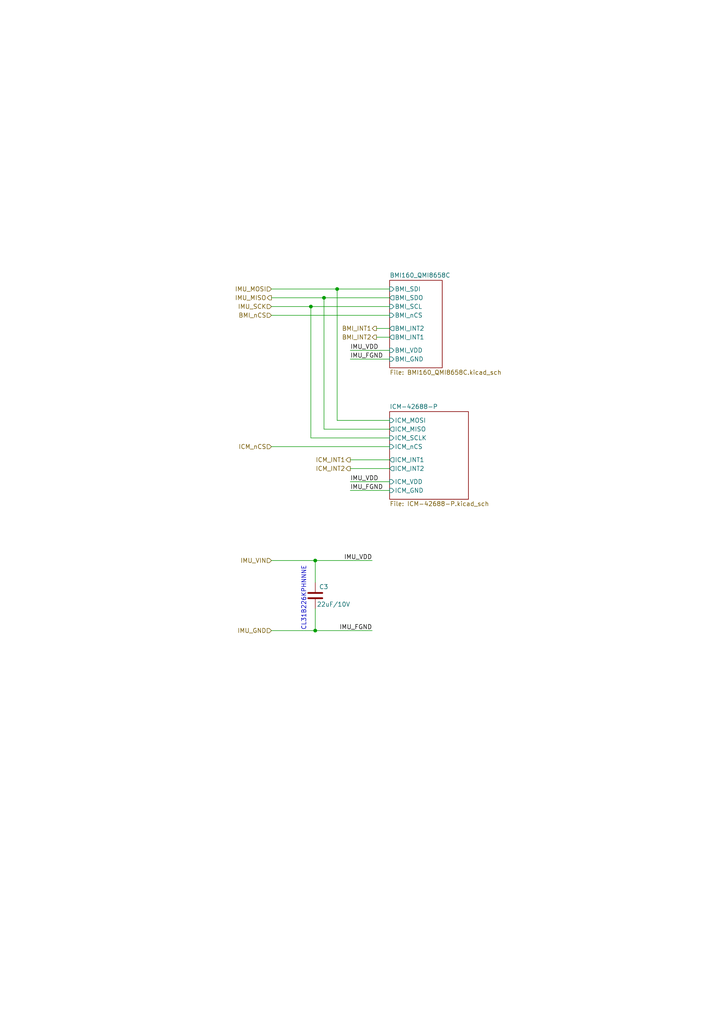
<source format=kicad_sch>
(kicad_sch (version 20230121) (generator eeschema)
  (paper "A4" portrait)
  (title_block (title "RasPi Zero NAV Hat") (date "2023-05-12") (rev "0.1") (company "chipiki.ru") (comment 1 "RasPi Zero NAV Hat") (comment 2 "Denis Tsekh"))
  (lib_symbols
    (symbol "Device:C" (pin_numbers hide) (pin_names (offset 0.254))
      (property "Reference" "C" (at 0.635 2.54 0))
      (property "Value" "C" (at 0.635 -2.54 0))
      (symbol "C_0_1"
        (polyline (pts (xy -2.032 -0.762) (xy 2.032 -0.762)) (stroke (width 0.508)))
        (polyline (pts (xy -2.032 0.762) (xy 2.032 0.762)) (stroke (width 0.508)))
      )
      (symbol "C_1_1"
        (pin passive line (at 0 3.81 270) (length 2.794) (name "~") (number "1"))
        (pin passive line (at 0 -3.81 90) (length 2.794) (name "~") (number "2"))
      )
    )
  )
  (junction (at 91.44 162.56))
  (junction (at 93.98 86.36))
  (junction (at 90.17 88.9))
  (junction (at 97.79 83.82))
  (junction (at 91.44 182.88))
  (wire (pts (xy 113.03 95.25) (xy 109.22 95.25)))
  (wire (pts (xy 113.03 121.92) (xy 97.79 121.92)))
  (wire (pts (xy 101.6 104.14) (xy 113.03 104.14)))
  (wire (pts (xy 90.17 88.9) (xy 90.17 127)))
  (wire (pts (xy 91.44 182.88) (xy 107.95 182.88)))
  (wire (pts (xy 91.44 182.88) (xy 91.44 176.53)))
  (wire (pts (xy 113.03 129.54) (xy 78.74 129.54)))
  (wire (pts (xy 113.03 135.89) (xy 101.6 135.89)))
  (wire (pts (xy 113.03 97.79) (xy 109.22 97.79)))
  (wire (pts (xy 113.03 86.36) (xy 93.98 86.36)))
  (wire (pts (xy 101.6 142.24) (xy 113.03 142.24)))
  (wire (pts (xy 93.98 86.36) (xy 78.74 86.36)))
  (wire (pts (xy 113.03 91.44) (xy 78.74 91.44)))
  (wire (pts (xy 113.03 88.9) (xy 90.17 88.9)))
  (wire (pts (xy 90.17 88.9) (xy 78.74 88.9)))
  (wire (pts (xy 113.03 124.46) (xy 93.98 124.46)))
  (wire (pts (xy 91.44 162.56) (xy 91.44 168.91)))
  (wire (pts (xy 78.74 182.88) (xy 91.44 182.88)))
  (wire (pts (xy 113.03 133.35) (xy 101.6 133.35)))
  (wire (pts (xy 91.44 162.56) (xy 107.95 162.56)))
  (wire (pts (xy 97.79 83.82) (xy 97.79 121.92)))
  (wire (pts (xy 113.03 83.82) (xy 97.79 83.82)))
  (wire (pts (xy 97.79 83.82) (xy 78.74 83.82)))
  (wire (pts (xy 78.74 162.56) (xy 91.44 162.56)))
  (wire (pts (xy 101.6 139.7) (xy 113.03 139.7)))
  (wire (pts (xy 93.98 86.36) (xy 93.98 124.46)))
  (wire (pts (xy 113.03 127) (xy 90.17 127)))
  (wire (pts (xy 101.6 101.6) (xy 113.03 101.6)))
  (text "CL31B226KPHNNNE" (at 88.9 182.88 90) (effects (font (size 1.27 1.27)) (justify left bottom)))
  (label "IMU_VDD" (at 101.6 101.6 0))
  (label "IMU_FGND" (at 101.6 142.24 0))
  (label "IMU_FGND" (at 101.6 104.14 0))
  (label "IMU_VDD" (at 107.95 162.56 180))
  (label "IMU_FGND" (at 107.95 182.88 180))
  (label "IMU_VDD" (at 101.6 139.7 0))
  (hierarchical_label "BMI_INT2" (shape output) (at 109.22 97.79 180))
  (hierarchical_label "BMI_INT1" (shape output) (at 109.22 95.25 180))
  (hierarchical_label "IMU_SCK" (shape input) (at 78.74 88.9 180))
  (hierarchical_label "IMU_MISO" (shape output) (at 78.74 86.36 180))
  (hierarchical_label "ICM_nCS" (shape input) (at 78.74 129.54 180))
  (hierarchical_label "IMU_VIN" (shape input) (at 78.74 162.56 180))
  (hierarchical_label "IMU_MOSI" (shape input) (at 78.74 83.82 180))
  (hierarchical_label "ICM_INT2" (shape output) (at 101.6 135.89 180))
  (hierarchical_label "IMU_GND" (shape input) (at 78.74 182.88 180))
  (hierarchical_label "ICM_INT1" (shape output) (at 101.6 133.35 180))
  (hierarchical_label "BMI_nCS" (shape input) (at 78.74 91.44 180))
  (symbol (lib_id "Device:C") (at 91.44 172.72 0) (mirror y) (unit 1)
    (property "Reference" "C3" (at 95.25 170.18 0) (effects (justify left)))
    (property "Value" "22uF/10V" (at 101.6 175.26 0) (effects (justify left)))
    (property "Footprint" "Capacitor_SMD:C_0805_2012Metric" (effects hide))
    (property "URL" "https://www.terraelectronica.ru/product/1641498" (effects hide))
  )
  (sheet (at 113.03 119.38) (size 22.86 25.4)
    (property "Sheetname" "ICM-42688-P" (at 113.03 118.6684 0) (effects (justify left bottom)))
    (property "Sheetfile" "ICM-42688-P.kicad_sch" (at 113.03 145.3646 0) (effects (justify left top)))
    (pin "ICM_GND" input (at 113.03 142.24 180))
    (pin "ICM_VDD" input (at 113.03 139.7 180))
    (pin "ICM_MOSI" input (at 113.03 121.92 180))
    (pin "ICM_MISO" output (at 113.03 124.46 180))
    (pin "ICM_SCLK" input (at 113.03 127 180))
    (pin "ICM_nCS" input (at 113.03 129.54 180))
    (pin "ICM_INT1" output (at 113.03 133.35 180))
    (pin "ICM_INT2" output (at 113.03 135.89 180))
  )
  (sheet (at 113.03 81.28) (size 15.24 25.4) (stroke (width 0.1524))
    (property "Sheetname" "BMI160_QMI8658C" (at 113.03 80.5684 0) (effects (justify left bottom)))
    (property "Sheetfile" "BMI160_QMI8658C.kicad_sch" (at 113.03 107.2646 0) (effects (justify left top)))
    (pin "BMI_VDD" input (at 113.03 101.6 180))
    (pin "BMI_GND" input (at 113.03 104.14 180))
    (pin "BMI_INT1" output (at 113.03 97.79 180))
    (pin "BMI_INT2" output (at 113.03 95.25 180))
    (pin "BMI_SDO" output (at 113.03 86.36 180))
    (pin "BMI_nCS" input (at 113.03 91.44 180))
    (pin "BMI_SCL" input (at 113.03 88.9 180))
    (pin "BMI_SDI" input (at 113.03 83.82 180))
  )
)
</source>
